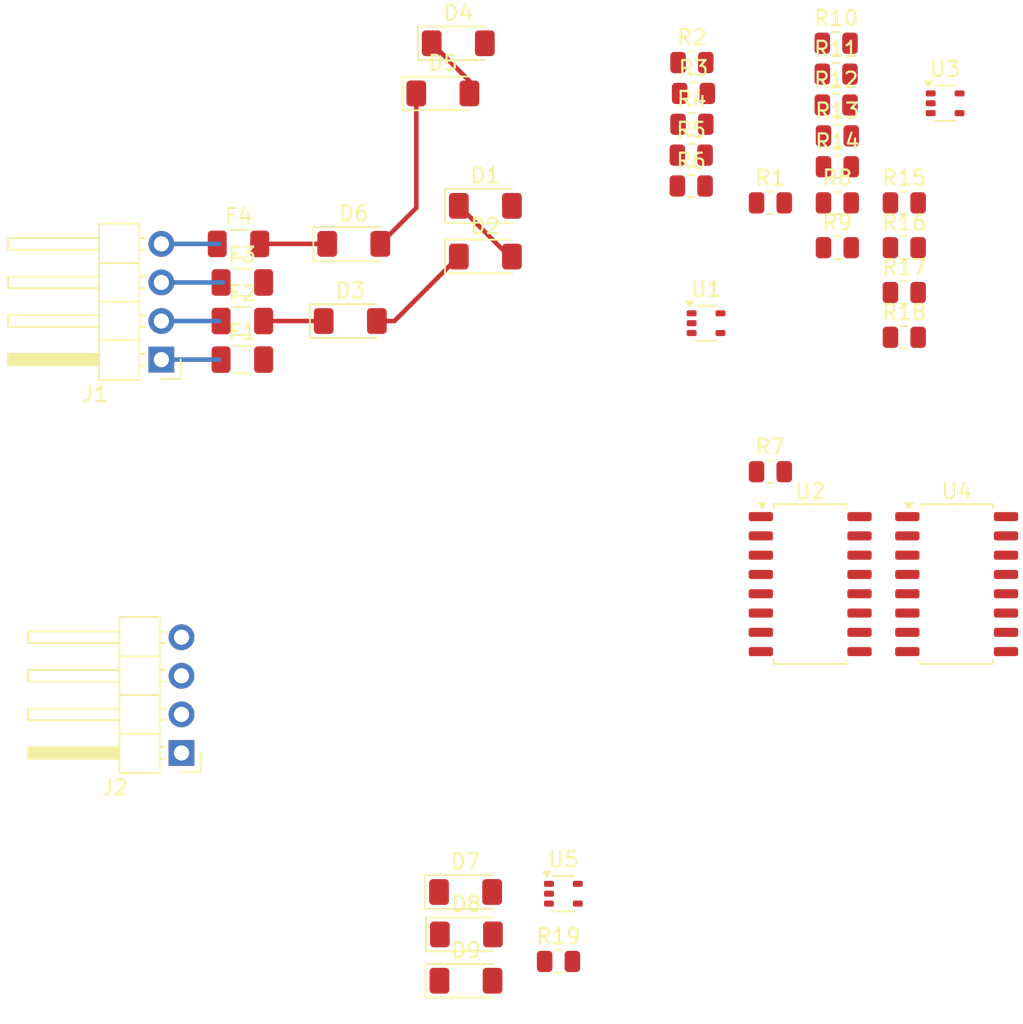
<source format=kicad_pcb>
(kicad_pcb (version 20240108) (generator "pcbnew") (generator_version "8.0")
  (layers (0 "F.Cu" signal) (31 "B.Cu" signal) (34 "B.Paste" user) (35 "F.Paste" user) (36 "B.SilkS" user "B.Silkscreen") (37 "F.SilkS" user "F.Silkscreen") (38 "B.Mask" user) (39 "F.Mask" user) (44 "Edge.Cuts" user))
  (net 0 "")
  (net 1 "Net-(D1-K)")
  (net 2 "Net-(D1-A)")
  (net 3 "Net-(D2-K)")
  (net 4 "/cell1_-")
  (net 5 "Net-(D4-K)")
  (net 6 "Net-(D4-A)")
  (net 7 "Net-(D5-K)")
  (net 8 "/cell2_-")
  (net 9 "Net-(D7-A)")
  (net 10 "Net-(D7-K)")
  (net 11 "Net-(D8-K)")
  (net 12 "GND")
  (net 13 "/cell1_+")
  (net 14 "Net-(J1-Pin_1)")
  (net 15 "Net-(J1-Pin_2)")
  (net 16 "/cell2_+")
  (net 17 "Net-(J1-Pin_3)")
  (net 18 "Net-(J1-Pin_4)")
  (net 19 "+3V3")
  (net 20 "/cell2_signal")
  (net 21 "/cell1_signal")
  (net 22 "Net-(R2-Pad2)")
  (net 23 "Net-(R3-Pad1)")
  (net 24 "Net-(R4-Pad2)")
  (net 25 "Net-(U1-+)")
  (net 26 "Net-(R7-Pad1)")
  (net 27 "Net-(R7-Pad2)")
  (net 28 "Net-(U1--)")
  (net 29 "Net-(R10-Pad2)")
  (net 30 "Net-(R11-Pad1)")
  (net 31 "Net-(R12-Pad2)")
  (net 32 "Net-(U3-+)")
  (net 33 "Net-(R15-Pad1)")
  (net 34 "Net-(R15-Pad2)")
  (net 35 "Net-(U3--)")
  (net 36 "/reference")
  (footprint "Resistor_SMD:R_0805_2012Metric" (layer "F.Cu") (at 151.3 89.405)
    (property "Reference" "R16" (at 0 -1.65 0) (layer "F.SilkS"))
    (property "Value" "1k")
    (fp_line (start -0.227064 -0.735) (end 0.227064 -0.735) (stroke (width 0.12)) (layer "F.SilkS"))
    (fp_line (start -0.227064 0.735) (end 0.227064 0.735) (stroke (width 0.12)) (layer "F.SilkS"))
    (pad "1" smd roundrect (at -0.9125 0) (size 1.025 1.4) (layers "F.Cu" "F.Paste" "F.Mask") (roundrect_rratio 0.243902) (net 35 "Net-(U3--)"))
    (pad "2" smd roundrect (at 0.9125 0) (size 1.025 1.4) (layers "F.Cu" "F.Paste" "F.Mask") (roundrect_rratio 0.243902) (net 8 "/cell2_-"))
  )
  (footprint "Diode_SMD:D_MiniMELF" (layer "F.Cu") (at 122.456 134.62)
    (property "Reference" "D8" (at 0 -2 0) (layer "F.SilkS"))
    (property "Value" "LL4148")
    (fp_line (start -2.66 -1.11) (end -2.66 1.11) (stroke (width 0.12)) (layer "F.SilkS"))
    (fp_line (start -2.66 1.11) (end 1.75 1.11) (stroke (width 0.12)) (layer "F.SilkS"))
    (fp_line (start 1.75 -1.11) (end -2.66 -1.11) (stroke (width 0.12)) (layer "F.SilkS"))
    (pad "1" smd roundrect (at -1.75 0) (size 1.3 1.7) (layers "F.Cu" "F.Paste" "F.Mask") (roundrect_rratio 0.1923076923) (net 11 "Net-(D8-K)"))
    (pad "2" smd roundrect (at 1.75 0) (size 1.3 1.7) (layers "F.Cu" "F.Paste" "F.Mask") (roundrect_rratio 0.1923076923) (net 10 "Net-(D7-K)"))
  )
  (footprint "Fuse:Fuse_1206_3216Metric" (layer "F.Cu") (at 107.696 94.234)
    (property "Reference" "F2" (at 0 -1.82 0) (layer "F.SilkS"))
    (property "Value" "Fuse")
    (fp_line (start -0.602064 -0.91) (end 0.602064 -0.91) (stroke (width 0.12)) (layer "F.SilkS"))
    (fp_line (start -0.602064 0.91) (end 0.602064 0.91) (stroke (width 0.12)) (layer "F.SilkS"))
    (pad "1" smd roundrect (at -1.4 0) (size 1.25 1.75) (layers "F.Cu" "F.Paste" "F.Mask") (roundrect_rratio 0.2) (net 15 "Net-(J1-Pin_2)"))
    (pad "2" smd roundrect (at 1.4 0) (size 1.25 1.75) (layers "F.Cu" "F.Paste" "F.Mask") (roundrect_rratio 0.2) (net 4 "/cell1_-"))
  )
  (footprint "Resistor_SMD:R_0805_2012Metric" (layer "F.Cu") (at 137.3105 81.28)
    (property "Reference" "R4" (at 0 -1.65 0) (layer "F.SilkS"))
    (property "Value" "1k")
    (fp_line (start -0.227064 -0.735) (end 0.227064 -0.735) (stroke (width 0.12)) (layer "F.SilkS"))
    (fp_line (start -0.227064 0.735) (end 0.227064 0.735) (stroke (width 0.12)) (layer "F.SilkS"))
    (pad "1" smd roundrect (at -0.9125 0) (size 1.025 1.4) (layers "F.Cu" "F.Paste" "F.Mask") (roundrect_rratio 0.243902) (net 23 "Net-(R3-Pad1)"))
    (pad "2" smd roundrect (at 0.9125 0) (size 1.025 1.4) (layers "F.Cu" "F.Paste" "F.Mask") (roundrect_rratio 0.243902) (net 24 "Net-(R4-Pad2)"))
  )
  (footprint "Diode_SMD:D_MiniMELF" (layer "F.Cu") (at 114.808 94.234)
    (property "Reference" "D3" (at 0 -2 0) (layer "F.SilkS"))
    (property "Value" "LL4148")
    (fp_line (start -2.66 -1.11) (end -2.66 1.11) (stroke (width 0.12)) (layer "F.SilkS"))
    (fp_line (start -2.66 1.11) (end 1.75 1.11) (stroke (width 0.12)) (layer "F.SilkS"))
    (fp_line (start 1.75 -1.11) (end -2.66 -1.11) (stroke (width 0.12)) (layer "F.SilkS"))
    (pad "1" smd roundrect (at -1.75 0) (size 1.3 1.7) (layers "F.Cu" "F.Paste" "F.Mask") (roundrect_rratio 0.1923076923) (net 4 "/cell1_-"))
    (pad "2" smd roundrect (at 1.75 0) (size 1.3 1.7) (layers "F.Cu" "F.Paste" "F.Mask") (roundrect_rratio 0.1923076923) (net 3 "Net-(D2-K)"))
  )
  (footprint "Resistor_SMD:R_0805_2012Metric" (layer "F.Cu") (at 142.48 86.455)
    (property "Reference" "R1" (at 0 -1.65 0) (layer "F.SilkS"))
    (property "Value" "2k2")
    (fp_line (start -0.227064 -0.735) (end 0.227064 -0.735) (stroke (width 0.12)) (layer "F.SilkS"))
    (fp_line (start -0.227064 0.735) (end 0.227064 0.735) (stroke (width 0.12)) (layer "F.SilkS"))
    (pad "1" smd roundrect (at -0.9125 0) (size 1.025 1.4) (layers "F.Cu" "F.Paste" "F.Mask") (roundrect_rratio 0.243902) (net 2 "Net-(D1-A)"))
    (pad "2" smd roundrect (at 0.9125 0) (size 1.025 1.4) (layers "F.Cu" "F.Paste" "F.Mask") (roundrect_rratio 0.243902) (net 13 "/cell1_+"))
  )
  (footprint "Package_TO_SOT_SMD:SOT-353_SC-70-5" (layer "F.Cu") (at 138.242 94.376)
    (property "Reference" "U1" (at 0 -2.25 0) (layer "F.SilkS"))
    (property "Value" "TLV9301xDCK")
    (fp_line (start -0.71 -1.16) (end 0.7 -1.16) (stroke (width 0.12)) (layer "F.SilkS"))
    (fp_line (start -0.7 1.16) (end 0.7 1.16) (stroke (width 0.12)) (layer "F.SilkS"))
    (fp_poly (pts (xy -1.08 -1.11) (xy -1.32 -1.44) (xy -0.84 -1.44) (xy -1.08 -1.11)) (stroke (width 0.12)) (fill solid) (layer "F.SilkS"))
    (pad "1" smd roundrect (at -0.95 -0.65) (size 0.65 0.4) (layers "F.Cu" "F.Paste" "F.Mask") (net 25 "Net-(U1-+)"))
    (pad "2" smd roundrect (at -0.95 0) (size 0.65 0.4) (layers "F.Cu" "F.Paste" "F.Mask") (net 4 "/cell1_-"))
    (pad "3" smd roundrect (at -0.95 0.65) (size 0.65 0.4) (layers "F.Cu" "F.Paste" "F.Mask") (net 28 "Net-(U1--)"))
    (pad "4" smd roundrect (at 0.95 0.65) (size 0.65 0.4) (layers "F.Cu" "F.Paste" "F.Mask") (net 26 "Net-(R7-Pad1)"))
    (pad "5" smd roundrect (at 0.95 -0.65) (size 0.65 0.4) (layers "F.Cu" "F.Paste" "F.Mask") (net 13 "/cell1_+"))
  )
  (footprint "Resistor_SMD:R_0805_2012Metric" (layer "F.Cu") (at 146.812 77.978)
    (property "Reference" "R11" (at 0 -1.65 0) (layer "F.SilkS"))
    (property "Value" "1k")
    (fp_line (start -0.227064 -0.735) (end 0.227064 -0.735) (stroke (width 0.12)) (layer "F.SilkS"))
    (fp_line (start -0.227064 0.735) (end 0.227064 0.735) (stroke (width 0.12)) (layer "F.SilkS"))
    (pad "1" smd roundrect (at -0.9125 0) (size 1.025 1.4) (layers "F.Cu" "F.Paste" "F.Mask") (roundrect_rratio 0.243902) (net 30 "Net-(R11-Pad1)"))
    (pad "2" smd roundrect (at 0.9125 0) (size 1.025 1.4) (layers "F.Cu" "F.Paste" "F.Mask") (roundrect_rratio 0.243902) (net 29 "Net-(R10-Pad2)"))
  )
  (footprint "Package_TO_SOT_SMD:SOT-353_SC-70-5" (layer "F.Cu") (at 128.844 131.938)
    (property "Reference" "U5" (at 0 -2.25 0) (layer "F.SilkS"))
    (property "Value" "TLV9301xDCK")
    (fp_line (start -0.71 -1.16) (end 0.7 -1.16) (stroke (width 0.12)) (layer "F.SilkS"))
    (fp_line (start -0.7 1.16) (end 0.7 1.16) (stroke (width 0.12)) (layer "F.SilkS"))
    (fp_poly (pts (xy -1.08 -1.11) (xy -1.32 -1.44) (xy -0.84 -1.44) (xy -1.08 -1.11)) (stroke (width 0.12)) (fill solid) (layer "F.SilkS"))
    (pad "1" smd roundrect (at -0.95 -0.65) (size 0.65 0.4) (layers "F.Cu" "F.Paste" "F.Mask") (net 9 "Net-(D7-A)"))
    (pad "2" smd roundrect (at -0.95 0) (size 0.65 0.4) (layers "F.Cu" "F.Paste" "F.Mask") (net 12 "GND"))
    (pad "3" smd roundrect (at -0.95 0.65) (size 0.65 0.4) (layers "F.Cu" "F.Paste" "F.Mask") (net 36 "/reference"))
    (pad "4" smd roundrect (at 0.95 0.65) (size 0.65 0.4) (layers "F.Cu" "F.Paste" "F.Mask") (net 36 "/reference"))
    (pad "5" smd roundrect (at 0.95 -0.65) (size 0.65 0.4) (layers "F.Cu" "F.Paste" "F.Mask") (net 19 "+3V3"))
  )
  (footprint "Resistor_SMD:R_0805_2012Metric" (layer "F.Cu") (at 146.89 89.405)
    (property "Reference" "R9" (at 0 -1.65 0) (layer "F.SilkS"))
    (property "Value" "2k2")
    (fp_line (start -0.227064 -0.735) (end 0.227064 -0.735) (stroke (width 0.12)) (layer "F.SilkS"))
    (fp_line (start -0.227064 0.735) (end 0.227064 0.735) (stroke (width 0.12)) (layer "F.SilkS"))
    (pad "1" smd roundrect (at -0.9125 0) (size 1.025 1.4) (layers "F.Cu" "F.Paste" "F.Mask") (roundrect_rratio 0.243902) (net 6 "Net-(D4-A)"))
    (pad "2" smd roundrect (at 0.9125 0) (size 1.025 1.4) (layers "F.Cu" "F.Paste" "F.Mask") (roundrect_rratio 0.243902) (net 16 "/cell2_+"))
  )
  (footprint "Resistor_SMD:R_0805_2012Metric" (layer "F.Cu") (at 146.89 82.042)
    (property "Reference" "R13" (at 0 -1.65 0) (layer "F.SilkS"))
    (property "Value" "1k")
    (fp_line (start -0.227064 -0.735) (end 0.227064 -0.735) (stroke (width 0.12)) (layer "F.SilkS"))
    (fp_line (start -0.227064 0.735) (end 0.227064 0.735) (stroke (width 0.12)) (layer "F.SilkS"))
    (pad "1" smd roundrect (at -0.9125 0) (size 1.025 1.4) (layers "F.Cu" "F.Paste" "F.Mask") (roundrect_rratio 0.243902) (net 32 "Net-(U3-+)"))
    (pad "2" smd roundrect (at 0.9125 0) (size 1.025 1.4) (layers "F.Cu" "F.Paste" "F.Mask") (roundrect_rratio 0.243902) (net 31 "Net-(R12-Pad2)"))
  )
  (footprint "Diode_SMD:D_MiniMELF" (layer "F.Cu") (at 122.4 131.826)
    (property "Reference" "D7" (at 0 -2 0) (layer "F.SilkS"))
    (property "Value" "LL4148")
    (fp_line (start -2.66 -1.11) (end -2.66 1.11) (stroke (width 0.12)) (layer "F.SilkS"))
    (fp_line (start -2.66 1.11) (end 1.75 1.11) (stroke (width 0.12)) (layer "F.SilkS"))
    (fp_line (start 1.75 -1.11) (end -2.66 -1.11) (stroke (width 0.12)) (layer "F.SilkS"))
    (pad "1" smd roundrect (at -1.75 0) (size 1.3 1.7) (layers "F.Cu" "F.Paste" "F.Mask") (roundrect_rratio 0.1923076923) (net 10 "Net-(D7-K)"))
    (pad "2" smd roundrect (at 1.75 0) (size 1.3 1.7) (layers "F.Cu" "F.Paste" "F.Mask") (roundrect_rratio 0.1923076923) (net 9 "Net-(D7-A)"))
  )
  (footprint "Resistor_SMD:R_0805_2012Metric" (layer "F.Cu") (at 137.2635 85.344)
    (property "Reference" "R6" (at 0 -1.65 0) (layer "F.SilkS"))
    (property "Value" "1k")
    (fp_line (start -0.227064 -0.735) (end 0.227064 -0.735) (stroke (width 0.12)) (layer "F.SilkS"))
    (fp_line (start -0.227064 0.735) (end 0.227064 0.735) (stroke (width 0.12)) (layer "F.SilkS"))
    (pad "1" smd roundrect (at -0.9125 0) (size 1.025 1.4) (layers "F.Cu" "F.Paste" "F.Mask") (roundrect_rratio 0.243902) (net 25 "Net-(U1-+)"))
    (pad "2" smd roundrect (at 0.9125 0) (size 1.025 1.4) (layers "F.Cu" "F.Paste" "F.Mask") (roundrect_rratio 0.243902) (net 4 "/cell1_-"))
  )
  (footprint "Resistor_SMD:R_0805_2012Metric" (layer "F.Cu") (at 146.89 84.074)
    (property "Reference" "R14" (at 0 -1.65 0) (layer "F.SilkS"))
    (property "Value" "1k")
    (fp_line (start -0.227064 -0.735) (end 0.227064 -0.735) (stroke (width 0.12)) (layer "F.SilkS"))
    (fp_line (start -0.227064 0.735) (end 0.227064 0.735) (stroke (width 0.12)) (layer "F.SilkS"))
    (pad "1" smd roundrect (at -0.9125 0) (size 1.025 1.4) (layers "F.Cu" "F.Paste" "F.Mask") (roundrect_rratio 0.243902) (net 32 "Net-(U3-+)"))
    (pad "2" smd roundrect (at 0.9125 0) (size 1.025 1.4) (layers "F.Cu" "F.Paste" "F.Mask") (roundrect_rratio 0.243902) (net 8 "/cell2_-"))
  )
  (footprint "Fuse:Fuse_1206_3216Metric" (layer "F.Cu") (at 107.696 96.774)
    (property "Reference" "F1" (at 0 -1.82 0) (layer "F.SilkS"))
    (property "Value" "Fuse")
    (fp_line (start -0.602064 -0.91) (end 0.602064 -0.91) (stroke (width 0.12)) (layer "F.SilkS"))
    (fp_line (start -0.602064 0.91) (end 0.602064 0.91) (stroke (width 0.12)) (layer "F.SilkS"))
    (pad "1" smd roundrect (at -1.4 0) (size 1.25 1.75) (layers "F.Cu" "F.Paste" "F.Mask") (roundrect_rratio 0.2) (net 14 "Net-(J1-Pin_1)"))
    (pad "2" smd roundrect (at 1.4 0) (size 1.25 1.75) (layers "F.Cu" "F.Paste" "F.Mask") (roundrect_rratio 0.2) (net 13 "/cell1_+"))
  )
  (footprint "Resistor_SMD:R_0805_2012Metric" (layer "F.Cu") (at 151.3 95.305)
    (property "Reference" "R18" (at 0 -1.65 0) (layer "F.SilkS"))
    (property "Value" "1k")
    (fp_line (start -0.227064 -0.735) (end 0.227064 -0.735) (stroke (width 0.12)) (layer "F.SilkS"))
    (fp_line (start -0.227064 0.735) (end 0.227064 0.735) (stroke (width 0.12)) (layer "F.SilkS"))
    (pad "1" smd roundrect (at -0.9125 0) (size 1.025 1.4) (layers "F.Cu" "F.Paste" "F.Mask") (roundrect_rratio 0.243902) (net 20 "/cell2_signal"))
    (pad "2" smd roundrect (at 0.9125 0) (size 1.025 1.4) (layers "F.Cu" "F.Paste" "F.Mask") (roundrect_rratio 0.243902) (net 12 "GND"))
  )
  (footprint "Resistor_SMD:R_0805_2012Metric" (layer "F.Cu") (at 146.89 86.455)
    (property "Reference" "R8" (at 0 -1.65 0) (layer "F.SilkS"))
    (property "Value" "1k")
    (fp_line (start -0.227064 -0.735) (end 0.227064 -0.735) (stroke (width 0.12)) (layer "F.SilkS"))
    (fp_line (start -0.227064 0.735) (end 0.227064 0.735) (stroke (width 0.12)) (layer "F.SilkS"))
    (pad "1" smd roundrect (at -0.9125 0) (size 1.025 1.4) (layers "F.Cu" "F.Paste" "F.Mask") (roundrect_rratio 0.243902) (net 28 "Net-(U1--)"))
    (pad "2" smd roundrect (at 0.9125 0) (size 1.025 1.4) (layers "F.Cu" "F.Paste" "F.Mask") (roundrect_rratio 0.243902) (net 4 "/cell1_-"))
  )
  (footprint "Connector_PinHeader_2.54mm:PinHeader_1x04_P2.54mm_Horizontal" (layer "F.Cu") (at 103.689 122.672 180)
    (property "Reference" "J2" (at 4.385 -2.27 180) (layer "F.SilkS"))
    (property "Value" "Conn_01x04_Pin")
    (fp_line (start 10.1 8) (end 4.1 8) (stroke (width 0.12)) (layer "F.SilkS"))
    (fp_line (start 10.1 7.24) (end 10.1 8) (stroke (width 0.12)) (layer "F.SilkS"))
    (fp_line (start 10.1 5.46) (end 4.1 5.46) (stroke (width 0.12)) (layer "F.SilkS"))
    (fp_line (start 10.1 4.7) (end 10.1 5.46) (stroke (width 0.12)) (layer "F.SilkS"))
    (fp_line (start 10.1 2.92) (end 4.1 2.92) (stroke (width 0.12)) (layer "F.SilkS"))
    (fp_line (start 10.1 2.16) (end 10.1 2.92) (stroke (width 0.12)) (layer "F.SilkS"))
    (fp_line (start 10.1 0.38) (end 4.1 0.38) (stroke (width 0.12)) (layer "F.SilkS"))
    (fp_line (start 10.1 -0.38) (end 10.1 0.38) (stroke (width 0.12)) (layer "F.SilkS"))
    (fp_line (start 4.1 8.95) (end 4.1 -1.33) (stroke (width 0.12)) (layer "F.SilkS"))
    (fp_line (start 4.1 7.24) (end 10.1 7.24) (stroke (width 0.12)) (layer "F.SilkS"))
    (fp_line (start 4.1 4.7) (end 10.1 4.7) (stroke (width 0.12)) (layer "F.SilkS"))
    (fp_line (start 4.1 2.16) (end 10.1 2.16) (stroke (width 0.12)) (layer "F.SilkS"))
    (fp_line (start 4.1 0.28) (end 10.1 0.28) (stroke (width 0.12)) (layer "F.SilkS"))
    (fp_line (start 4.1 0.16) (end 10.1 0.16) (stroke (width 0.12)) (layer "F.SilkS"))
    (fp_line (start 4.1 0.04) (end 10.1 0.04) (stroke (width 0.12)) (layer "F.SilkS"))
    (fp_line (start 4.1 -0.08) (end 10.1 -0.08) (stroke (width 0.12)) (layer "F.SilkS"))
    (fp_line (start 4.1 -0.2) (end 10.1 -0.2) (stroke (width 0.12)) (layer "F.SilkS"))
    (fp_line (start 4.1 -0.32) (end 10.1 -0.32) (stroke (width 0.12)) (layer "F.SilkS"))
    (fp_line (start 4.1 -0.38) (end 10.1 -0.38) (stroke (width 0.12)) (layer "F.SilkS"))
    (fp_line (start 4.1 -1.33) (end 1.44 -1.33) (stroke (width 0.12)) (layer "F.SilkS"))
    (fp_line (start 1.44 8.95) (end 4.1 8.95) (stroke (width 0.12)) (layer "F.SilkS"))
    (fp_line (start 1.44 6.35) (end 4.1 6.35) (stroke (width 0.12)) (layer "F.SilkS"))
    (fp_line (start 1.44 3.81) (end 4.1 3.81) (stroke (width 0.12)) (layer "F.SilkS"))
    (fp_line (start 1.44 1.27) (end 4.1 1.27) (stroke (width 0.12)) (layer "F.SilkS"))
    (fp_line (start 1.44 -1.33) (end 1.44 8.95) (stroke (width 0.12)) (layer "F.SilkS"))
    (fp_line (start 1.11 0.38) (end 1.44 0.38) (stroke (width 0.12)) (layer "F.SilkS"))
    (fp_line (start 1.11 -0.38) (end 1.44 -0.38) (stroke (width 0.12)) (layer "F.SilkS"))
    (fp_line (start 1.042929 8) (end 1.44 8) (stroke (width 0.12)) (layer "F.SilkS"))
    (fp_line (start 1.042929 7.24) (end 1.44 7.24) (stroke (width 0.12)) (layer "F.SilkS"))
    (fp_line (start 1.042929 5.46) (end 1.44 5.46) (stroke (width 0.12)) (layer "F.SilkS"))
    (fp_line (start 1.042929 4.7) (end 1.44 4.7) (stroke (width 0.12)) (layer "F.SilkS"))
    (fp_line (start 1.042929 2.92) (end 1.44 2.92) (stroke (width 0.12)) (layer "F.SilkS"))
    (fp_line (start 1.042929 2.16) (end 1.44 2.16) (stroke (width 0.12)) (layer "F.SilkS"))
    (fp_line (start -1.27 0) (end -1.27 -1.27) (stroke (width 0.12)) (layer "F.SilkS"))
    (fp_line (start -1.27 -1.27) (end 0 -1.27) (stroke (width 0.12)) (layer "F.SilkS"))
    (pad "1" thru_hole rect (at 0 0 180) (size 1.7 1.7) (drill 1) (layers "*.Cu" "*.Mask") (net 19 "+3V3"))
    (pad "2" thru_hole oval (at 0 2.54 180) (size 1.7 1.7) (drill 1) (layers "*.Cu" "*.Mask") (net 21 "/cell1_signal"))
    (pad "3" thru_hole oval (at 0 5.08 180) (size 1.7 1.7) (drill 1) (layers "*.Cu" "*.Mask") (net 20 "/cell2_signal"))
    (pad "4" thru_hole oval (at 0 7.62 180) (size 1.7 1.7) (drill 1) (layers "*.Cu" "*.Mask") (net 12 "GND"))
  )
  (footprint "Package_TO_SOT_SMD:SOT-353_SC-70-5" (layer "F.Cu") (at 153.99 79.898)
    (property "Reference" "U3" (at 0 -2.25 0) (layer "F.SilkS"))
    (property "Value" "TLV9301xDCK")
    (fp_line (start -0.71 -1.16) (end 0.7 -1.16) (stroke (width 0.12)) (layer "F.SilkS"))
    (fp_line (start -0.7 1.16) (end 0.7 1.16) (stroke (width 0.12)) (layer "F.SilkS"))
    (fp_poly (pts (xy -1.08 -1.11) (xy -1.32 -1.44) (xy -0.84 -1.44) (xy -1.08 -1.11)) (stroke (width 0.12)) (fill solid) (layer "F.SilkS"))
    (pad "1" smd roundrect (at -0.95 -0.65) (size 0.65 0.4) (layers "F.Cu" "F.Paste" "F.Mask") (net 32 "Net-(U3-+)"))
    (pad "2" smd roundrect (at -0.95 0) (size 0.65 0.4) (layers "F.Cu" "F.Paste" "F.Mask") (net 8 "/cell2_-"))
    (pad "3" smd roundrect (at -0.95 0.65) (size 0.65 0.4) (layers "F.Cu" "F.Paste" "F.Mask") (net 35 "Net-(U3--)"))
    (pad "4" smd roundrect (at 0.95 0.65) (size 0.65 0.4) (layers "F.Cu" "F.Paste" "F.Mask") (net 33 "Net-(R15-Pad1)"))
    (pad "5" smd roundrect (at 0.95 -0.65) (size 0.65 0.4) (layers "F.Cu" "F.Paste" "F.Mask") (net 16 "/cell2_+"))
  )
  (footprint "Diode_SMD:D_MiniMELF" (layer "F.Cu") (at 115.034 89.154)
    (property "Reference" "D6" (at 0 -2 0) (layer "F.SilkS"))
    (property "Value" "LL4148")
    (fp_line (start -2.66 -1.11) (end -2.66 1.11) (stroke (width 0.12)) (layer "F.SilkS"))
    (fp_line (start -2.66 1.11) (end 1.75 1.11) (stroke (width 0.12)) (layer "F.SilkS"))
    (fp_line (start 1.75 -1.11) (end -2.66 -1.11) (stroke (width 0.12)) (layer "F.SilkS"))
    (pad "1" smd roundrect (at -1.75 0) (size 1.3 1.7) (layers "F.Cu" "F.Paste" "F.Mask") (roundrect_rratio 0.1923076923) (net 8 "/cell2_-"))
    (pad "2" smd roundrect (at 1.75 0) (size 1.3 1.7) (layers "F.Cu" "F.Paste" "F.Mask") (roundrect_rratio 0.1923076923) (net 7 "Net-(D5-K)"))
  )
  (footprint "Resistor_SMD:R_0805_2012Metric" (layer "F.Cu") (at 128.524 136.398)
    (property "Reference" "R19" (at 0 -1.65 0) (layer "F.SilkS"))
    (property "Value" "2k2")
    (fp_line (start -0.227064 -0.735) (end 0.227064 -0.735) (stroke (width 0.12)) (layer "F.SilkS"))
    (fp_line (start -0.227064 0.735) (end 0.227064 0.735) (stroke (width 0.12)) (layer "F.SilkS"))
    (pad "1" smd roundrect (at -0.9125 0) (size 1.025 1.4) (layers "F.Cu" "F.Paste" "F.Mask") (roundrect_rratio 0.243902) (net 9 "Net-(D7-A)"))
    (pad "2" smd roundrect (at 0.9125 0) (size 1.025 1.4) (layers "F.Cu" "F.Paste" "F.Mask") (roundrect_rratio 0.243902) (net 19 "+3V3"))
  )
  (footprint "Diode_SMD:D_MiniMELF" (layer "F.Cu") (at 121.92 75.946)
    (property "Reference" "D4" (at 0 -2 0) (layer "F.SilkS"))
    (property "Value" "LL4148")
    (fp_line (start -2.66 -1.11) (end -2.66 1.11) (stroke (width 0.12)) (layer "F.SilkS"))
    (fp_line (start -2.66 1.11) (end 1.75 1.11) (stroke (width 0.12)) (layer "F.SilkS"))
    (fp_line (start 1.75 -1.11) (end -2.66 -1.11) (stroke (width 0.12)) (layer "F.SilkS"))
    (pad "1" smd roundrect (at -1.75 0) (size 1.3 1.7) (layers "F.Cu" "F.Paste" "F.Mask") (roundrect_rratio 0.1923076923) (net 5 "Net-(D4-K)"))
    (pad "2" smd roundrect (at 1.75 0) (size 1.3 1.7) (layers "F.Cu" "F.Paste" "F.Mask") (roundrect_rratio 0.1923076923) (net 6 "Net-(D4-A)"))
  )
  (footprint "Package_SO:SOP-16_4.55x10.3mm_P1.27mm" (layer "F.Cu") (at 154.75 111.555)
    (property "Reference" "U4" (at 0 -6.1 0) (layer "F.SilkS"))
    (property "Value" "TLP290-4")
    (fp_line (start -2.385 -5.26) (end -2.385 -5.005) (stroke (width 0.12)) (layer "F.SilkS"))
    (fp_line (start -2.385 5.26) (end -2.385 5.005) (stroke (width 0.12)) (layer "F.SilkS"))
    (fp_line (start 0 -5.26) (end -2.385 -5.26) (stroke (width 0.12)) (layer "F.SilkS"))
    (fp_line (start 0 -5.26) (end 2.385 -5.26) (stroke (width 0.12)) (layer "F.SilkS"))
    (fp_line (start 0 5.26) (end -2.385 5.26) (stroke (width 0.12)) (layer "F.SilkS"))
    (fp_line (start 0 5.26) (end 2.385 5.26) (stroke (width 0.12)) (layer "F.SilkS"))
    (fp_line (start 2.385 -5.26) (end 2.385 -5.005) (stroke (width 0.12)) (layer "F.SilkS"))
    (fp_line (start 2.385 5.26) (end 2.385 5.005) (stroke (width 0.12)) (layer "F.SilkS"))
    (fp_poly (pts (xy -3.1625 -5.005) (xy -3.4025 -5.335) (xy -2.9225 -5.335) (xy -3.1625 -5.005)) (stroke (width 0.12)) (fill solid) (layer "F.SilkS"))
    (pad "1" smd roundrect (at -3.25 -4.445) (size 1.6 0.6) (layers "F.Cu" "F.Paste" "F.Mask"))
    (pad "2" smd roundrect (at -3.25 -3.175) (size 1.6 0.6) (layers "F.Cu" "F.Paste" "F.Mask"))
    (pad "3" smd roundrect (at -3.25 -1.905) (size 1.6 0.6) (layers "F.Cu" "F.Paste" "F.Mask"))
    (pad "4" smd roundrect (at -3.25 -0.635) (size 1.6 0.6) (layers "F.Cu" "F.Paste" "F.Mask"))
    (pad "5" smd roundrect (at -3.25 0.635) (size 1.6 0.6) (layers "F.Cu" "F.Paste" "F.Mask") (net 34 "Net-(R15-Pad2)"))
    (pad "6" smd roundrect (at -3.25 1.905) (size 1.6 0.6) (layers "F.Cu" "F.Paste" "F.Mask") (net 8 "/cell2_-"))
    (pad "7" smd roundrect (at -3.25 3.175) (size 1.6 0.6) (layers "F.Cu" "F.Paste" "F.Mask") (net 34 "Net-(R15-Pad2)"))
    (pad "8" smd roundrect (at -3.25 4.445) (size 1.6 0.6) (layers "F.Cu" "F.Paste" "F.Mask") (net 8 "/cell2_-"))
    (pad "9" smd roundrect (at 3.25 4.445) (size 1.6 0.6) (layers "F.Cu" "F.Paste" "F.Mask") (net 20 "/cell2_signal"))
    (pad "10" smd roundrect (at 3.25 3.175) (size 1.6 0.6) (layers "F.Cu" "F.Paste" "F.Mask") (net 36 "/reference"))
    (pad "11" smd roundrect (at 3.25 1.905) (size 1.6 0.6) (layers "F.Cu" "F.Paste" "F.Mask") (net 35 "Net-(U3--)"))
    (pad "12" smd roundrect (at 3.25 0.635) (size 1.6 0.6) (layers "F.Cu" "F.Paste" "F.Mask") (net 6 "Net-(D4-A)"))
    (pad "13" smd roundrect (at 3.25 -0.635) (size 1.6 0.6) (layers "F.Cu" "F.Paste" "F.Mask"))
    (pad "14" smd roundrect (at 3.25 -1.905) (size 1.6 0.6) (layers "F.Cu" "F.Paste" "F.Mask"))
    (pad "15" smd roundrect (at 3.25 -3.175) (size 1.6 0.6) (layers "F.Cu" "F.Paste" "F.Mask"))
    (pad "16" smd roundrect (at 3.25 -4.445) (size 1.6 0.6) (layers "F.Cu" "F.Paste" "F.Mask"))
  )
  (footprint "Connector_PinHeader_2.54mm:PinHeader_1x04_P2.54mm_Horizontal" (layer "F.Cu") (at 102.362 96.774 180)
    (property "Reference" "J1" (at 4.385 -2.27 180) (layer "F.SilkS"))
    (property "Value" "Conn_01x04_Pin")
    (fp_line (start 10.1 8) (end 4.1 8) (stroke (width 0.12)) (layer "F.SilkS"))
    (fp_line (start 10.1 7.24) (end 10.1 8) (stroke (width 0.12)) (layer "F.SilkS"))
    (fp_line (start 10.1 5.46) (end 4.1 5.46) (stroke (width 0.12)) (layer "F.SilkS"))
    (fp_line (start 10.1 4.7) (end 10.1 5.46) (stroke (width 0.12)) (layer "F.SilkS"))
    (fp_line (start 10.1 2.92) (end 4.1 2.92) (stroke (width 0.12)) (layer "F.SilkS"))
    (fp_line (start 10.1 2.16) (end 10.1 2.92) (stroke (width 0.12)) (layer "F.SilkS"))
    (fp_line (start 10.1 0.38) (end 4.1 0.38) (stroke (width 0.12)) (layer "F.SilkS"))
    (fp_line (start 10.1 -0.38) (end 10.1 0.38) (stroke (width 0.12)) (layer "F.SilkS"))
    (fp_line (start 4.1 8.95) (end 4.1 -1.33) (stroke (width 0.12)) (layer "F.SilkS"))
    (fp_line (start 4.1 7.24) (end 10.1 7.24) (stroke (width 0.12)) (layer "F.SilkS"))
    (fp_line (start 4.1 4.7) (end 10.1 4.7) (stroke (width 0.12)) (layer "F.SilkS"))
    (fp_line (start 4.1 2.16) (end 10.1 2.16) (stroke (width 0.12)) (layer "F.SilkS"))
    (fp_line (start 4.1 0.28) (end 10.1 0.28) (stroke (width 0.12)) (layer "F.SilkS"))
    (fp_line (start 4.1 0.16) (end 10.1 0.16) (stroke (width 0.12)) (layer "F.SilkS"))
    (fp_line (start 4.1 0.04) (end 10.1 0.04) (stroke (width 0.12)) (layer "F.SilkS"))
    (fp_line (start 4.1 -0.08) (end 10.1 -0.08) (stroke (width 0.12)) (layer "F.SilkS"))
    (fp_line (start 4.1 -0.2) (end 10.1 -0.2) (stroke (width 0.12)) (layer "F.SilkS"))
    (fp_line (start 4.1 -0.32) (end 10.1 -0.32) (stroke (width 0.12)) (layer "F.SilkS"))
    (fp_line (start 4.1 -0.38) (end 10.1 -0.38) (stroke (width 0.12)) (layer "F.SilkS"))
    (fp_line (start 4.1 -1.33) (end 1.44 -1.33) (stroke (width 0.12)) (layer "F.SilkS"))
    (fp_line (start 1.44 8.95) (end 4.1 8.95) (stroke (width 0.12)) (layer "F.SilkS"))
    (fp_line (start 1.44 6.35) (end 4.1 6.35) (stroke (width 0.12)) (layer "F.SilkS"))
    (fp_line (start 1.44 3.81) (end 4.1 3.81) (stroke (width 0.12)) (layer "F.SilkS"))
    (fp_line (start 1.44 1.27) (end 4.1 1.27) (stroke (width 0.12)) (layer "F.SilkS"))
    (fp_line (start 1.44 -1.33) (end 1.44 8.95) (stroke (width 0.12)) (layer "F.SilkS"))
    (fp_line (start 1.11 0.38) (end 1.44 0.38) (stroke (width 0.12)) (layer "F.SilkS"))
    (fp_line (start 1.11 -0.38) (end 1.44 -0.38) (stroke (width 0.12)) (layer "F.SilkS"))
    (fp_line (start 1.042929 8) (end 1.44 8) (stroke (width 0.12)) (layer "F.SilkS"))
    (fp_line (start 1.042929 7.24) (end 1.44 7.24) (stroke (width 0.12)) (layer "F.SilkS"))
    (fp_line (start 1.042929 5.46) (end 1.44 5.46) (stroke (width 0.12)) (layer "F.SilkS"))
    (fp_line (start 1.042929 4.7) (end 1.44 4.7) (stroke (width 0.12)) (layer "F.SilkS"))
    (fp_line (start 1.042929 2.92) (end 1.44 2.92) (stroke (width 0.12)) (layer "F.SilkS"))
    (fp_line (start 1.042929 2.16) (end 1.44 2.16) (stroke (width 0.12)) (layer "F.SilkS"))
    (fp_line (start -1.27 0) (end -1.27 -1.27) (stroke (width 0.12)) (layer "F.SilkS"))
    (fp_line (start -1.27 -1.27) (end 0 -1.27) (stroke (width 0.12)) (layer "F.SilkS"))
    (pad "1" thru_hole rect (at 0 0 180) (size 1.7 1.7) (drill 1) (layers "*.Cu" "*.Mask") (net 14 "Net-(J1-Pin_1)"))
    (pad "2" thru_hole oval (at 0 2.54 180) (size 1.7 1.7) (drill 1) (layers "*.Cu" "*.Mask") (net 15 "Net-(J1-Pin_2)"))
    (pad "3" thru_hole oval (at 0 5.08 180) (size 1.7 1.7) (drill 1) (layers "*.Cu" "*.Mask") (net 17 "Net-(J1-Pin_3)"))
    (pad "4" thru_hole oval (at 0 7.62 180) (size 1.7 1.7) (drill 1) (layers "*.Cu" "*.Mask") (net 18 "Net-(J1-Pin_4)"))
  )
  (footprint "Resistor_SMD:R_0805_2012Metric" (layer "F.Cu") (at 137.414 79.248)
    (property "Reference" "R3" (at 0 -1.65 0) (layer "F.SilkS"))
    (property "Value" "1k")
    (fp_line (start -0.227064 -0.735) (end 0.227064 -0.735) (stroke (width 0.12)) (layer "F.SilkS"))
    (fp_line (start -0.227064 0.735) (end 0.227064 0.735) (stroke (width 0.12)) (layer "F.SilkS"))
    (pad "1" smd roundrect (at -0.9125 0) (size 1.025 1.4) (layers "F.Cu" "F.Paste" "F.Mask") (roundrect_rratio 0.243902) (net 23 "Net-(R3-Pad1)"))
    (pad "2" smd roundrect (at 0.9125 0) (size 1.025 1.4) (layers "F.Cu" "F.Paste" "F.Mask") (roundrect_rratio 0.243902) (net 22 "Net-(R2-Pad2)"))
  )
  (footprint "Resistor_SMD:R_0805_2012Metric" (layer "F.Cu") (at 146.812 75.946)
    (property "Reference" "R10" (at 0 -1.65 0) (layer "F.SilkS"))
    (property "Value" "1k")
    (fp_line (start -0.227064 -0.735) (end 0.227064 -0.735) (stroke (width 0.12)) (layer "F.SilkS"))
    (fp_line (start -0.227064 0.735) (end 0.227064 0.735) (stroke (width 0.12)) (layer "F.SilkS"))
    (pad "1" smd roundrect (at -0.9125 0) (size 1.025 1.4) (layers "F.Cu" "F.Paste" "F.Mask") (roundrect_rratio 0.243902) (net 16 "/cell2_+"))
    (pad "2" smd roundrect (at 0.9125 0) (size 1.025 1.4) (layers "F.Cu" "F.Paste" "F.Mask") (roundrect_rratio 0.243902) (net 29 "Net-(R10-Pad2)"))
  )
  (footprint "Diode_SMD:D_MiniMELF" (layer "F.Cu") (at 123.705 89.99)
    (property "Reference" "D2" (at 0 -2 0) (layer "F.SilkS"))
    (property "Value" "LL4148")
    (fp_line (start -2.66 -1.11) (end -2.66 1.11) (stroke (width 0.12)) (layer "F.SilkS"))
    (fp_line (start -2.66 1.11) (end 1.75 1.11) (stroke (width 0.12)) (layer "F.SilkS"))
    (fp_line (start 1.75 -1.11) (end -2.66 -1.11) (stroke (width 0.12)) (layer "F.SilkS"))
    (pad "1" smd roundrect (at -1.75 0) (size 1.3 1.7) (layers "F.Cu" "F.Paste" "F.Mask") (roundrect_rratio 0.1923076923) (net 3 "Net-(D2-K)"))
    (pad "2" smd roundrect (at 1.75 0) (size 1.3 1.7) (layers "F.Cu" "F.Paste" "F.Mask") (roundrect_rratio 0.1923076923) (net 1 "Net-(D1-K)"))
  )
  (footprint "Resistor_SMD:R_0805_2012Metric" (layer "F.Cu") (at 151.3 86.455)
    (property "Reference" "R15" (at 0 -1.65 0) (layer "F.SilkS"))
    (property "Value" "1k")
    (fp_line (start -0.227064 -0.735) (end 0.227064 -0.735) (stroke (width 0.12)) (layer "F.SilkS"))
    (fp_line (start -0.227064 0.735) (end 0.227064 0.735) (stroke (width 0.12)) (layer "F.SilkS"))
    (pad "1" smd roundrect (at -0.9125 0) (size 1.025 1.4) (layers "F.Cu" "F.Paste" "F.Mask") (roundrect_rratio 0.243902) (net 33 "Net-(R15-Pad1)"))
    (pad "2" smd roundrect (at 0.9125 0) (size 1.025 1.4) (layers "F.Cu" "F.Paste" "F.Mask") (roundrect_rratio 0.243902) (net 34 "Net-(R15-Pad2)"))
  )
  (footprint "Diode_SMD:D_MiniMELF" (layer "F.Cu") (at 120.904 79.248)
    (property "Reference" "D5" (at 0 -2 0) (layer "F.SilkS"))
    (property "Value" "LL4148")
    (fp_line (start -2.66 -1.11) (end -2.66 1.11) (stroke (width 0.12)) (layer "F.SilkS"))
    (fp_line (start -2.66 1.11) (end 1.75 1.11) (stroke (width 0.12)) (layer "F.SilkS"))
    (fp_line (start 1.75 -1.11) (end -2.66 -1.11) (stroke (width 0.12)) (layer "F.SilkS"))
    (pad "1" smd roundrect (at -1.75 0) (size 1.3 1.7) (layers "F.Cu" "F.Paste" "F.Mask") (roundrect_rratio 0.1923076923) (net 7 "Net-(D5-K)"))
    (pad "2" smd roundrect (at 1.75 0) (size 1.3 1.7) (layers "F.Cu" "F.Paste" "F.Mask") (roundrect_rratio 0.1923076923) (net 5 "Net-(D4-K)"))
  )
  (footprint "Diode_SMD:D_MiniMELF" (layer "F.Cu") (at 123.705 86.65)
    (property "Reference" "D1" (at 0 -2 0) (layer "F.SilkS"))
    (property "Value" "LL4148")
    (fp_line (start -2.66 -1.11) (end -2.66 1.11) (stroke (width 0.12)) (layer "F.SilkS"))
    (fp_line (start -2.66 1.11) (end 1.75 1.11) (stroke (width 0.12)) (layer "F.SilkS"))
    (fp_line (start 1.75 -1.11) (end -2.66 -1.11) (stroke (width 0.12)) (layer "F.SilkS"))
    (pad "1" smd roundrect (at -1.75 0) (size 1.3 1.7) (layers "F.Cu" "F.Paste" "F.Mask") (roundrect_rratio 0.1923076923) (net 1 "Net-(D1-K)"))
    (pad "2" smd roundrect (at 1.75 0) (size 1.3 1.7) (layers "F.Cu" "F.Paste" "F.Mask") (roundrect_rratio 0.1923076923) (net 2 "Net-(D1-A)"))
  )
  (footprint "Fuse:Fuse_1206_3216Metric" (layer "F.Cu") (at 107.442 89.154)
    (property "Reference" "F4" (at 0 -1.82 0) (layer "F.SilkS"))
    (property "Value" "Fuse")
    (fp_line (start -0.602064 -0.91) (end 0.602064 -0.91) (stroke (width 0.12)) (layer "F.SilkS"))
    (fp_line (start -0.602064 0.91) (end 0.602064 0.91) (stroke (width 0.12)) (layer "F.SilkS"))
    (pad "1" smd roundrect (at -1.4 0) (size 1.25 1.75) (layers "F.Cu" "F.Paste" "F.Mask") (roundrect_rratio 0.2) (net 18 "Net-(J1-Pin_4)"))
    (pad "2" smd roundrect (at 1.4 0) (size 1.25 1.75) (layers "F.Cu" "F.Paste" "F.Mask") (roundrect_rratio 0.2) (net 8 "/cell2_-"))
  )
  (footprint "Resistor_SMD:R_0805_2012Metric" (layer "F.Cu") (at 142.48 104.155)
    (property "Reference" "R7" (at 0 -1.65 0) (layer "F.SilkS"))
    (property "Value" "1k")
    (fp_line (start -0.227064 -0.735) (end 0.227064 -0.735) (stroke (width 0.12)) (layer "F.SilkS"))
    (fp_line (start -0.227064 0.735) (end 0.227064 0.735) (stroke (width 0.12)) (layer "F.SilkS"))
    (pad "1" smd roundrect (at -0.9125 0) (size 1.025 1.4) (layers "F.Cu" "F.Paste" "F.Mask") (roundrect_rratio 0.243902) (net 26 "Net-(R7-Pad1)"))
    (pad "2" smd roundrect (at 0.9125 0) (size 1.025 1.4) (layers "F.Cu" "F.Paste" "F.Mask") (roundrect_rratio 0.243902) (net 27 "Net-(R7-Pad2)"))
  )
  (footprint "Resistor_SMD:R_0805_2012Metric" (layer "F.Cu") (at 137.2635 83.312)
    (property "Reference" "R5" (at 0 -1.65 0) (layer "F.SilkS"))
    (property "Value" "1k")
    (fp_line (start -0.227064 -0.735) (end 0.227064 -0.735) (stroke (width 0.12)) (layer "F.SilkS"))
    (fp_line (start -0.227064 0.735) (end 0.227064 0.735) (stroke (width 0.12)) (layer "F.SilkS"))
    (pad "1" smd roundrect (at -0.9125 0) (size 1.025 1.4) (layers "F.Cu" "F.Paste" "F.Mask") (roundrect_rratio 0.243902) (net 25 "Net-(U1-+)"))
    (pad "2" smd roundrect (at 0.9125 0) (size 1.025 1.4) (layers "F.Cu" "F.Paste" "F.Mask") (roundrect_rratio 0.243902) (net 24 "Net-(R4-Pad2)"))
  )
  (footprint "Resistor_SMD:R_0805_2012Metric" (layer "F.Cu") (at 151.3 92.355)
    (property "Reference" "R17" (at 0 -1.65 0) (layer "F.SilkS"))
    (property "Value" "1k")
    (fp_line (start -0.227064 -0.735) (end 0.227064 -0.735) (stroke (width 0.12)) (layer "F.SilkS"))
    (fp_line (start -0.227064 0.735) (end 0.227064 0.735) (stroke (width 0.12)) (layer "F.SilkS"))
    (pad "1" smd roundrect (at -0.9125 0) (size 1.025 1.4) (layers "F.Cu" "F.Paste" "F.Mask") (roundrect_rratio 0.243902) (net 21 "/cell1_signal"))
    (pad "2" smd roundrect (at 0.9125 0) (size 1.025 1.4) (layers "F.Cu" "F.Paste" "F.Mask") (roundrect_rratio 0.243902) (net 12 "GND"))
  )
  (footprint "Resistor_SMD:R_0805_2012Metric" (layer "F.Cu") (at 137.3105 77.216)
    (property "Reference" "R2" (at 0 -1.65 0) (layer "F.SilkS"))
    (property "Value" "1k")
    (fp_line (start -0.227064 -0.735) (end 0.227064 -0.735) (stroke (width 0.12)) (layer "F.SilkS"))
    (fp_line (start -0.227064 0.735) (end 0.227064 0.735) (stroke (width 0.12)) (layer "F.SilkS"))
    (pad "1" smd roundrect (at -0.9125 0) (size 1.025 1.4) (layers "F.Cu" "F.Paste" "F.Mask") (roundrect_rratio 0.243902) (net 13 "/cell1_+"))
    (pad "2" smd roundrect (at 0.9125 0) (size 1.025 1.4) (layers "F.Cu" "F.Paste" "F.Mask") (roundrect_rratio 0.243902) (net 22 "Net-(R2-Pad2)"))
  )
  (footprint "Diode_SMD:D_MiniMELF" (layer "F.Cu") (at 122.428 137.668)
    (property "Reference" "D9" (at 0 -2 0) (layer "F.SilkS"))
    (property "Value" "LL4148")
    (fp_line (start -2.66 -1.11) (end -2.66 1.11) (stroke (width 0.12)) (layer "F.SilkS"))
    (fp_line (start -2.66 1.11) (end 1.75 1.11) (stroke (width 0.12)) (layer "F.SilkS"))
    (fp_line (start 1.75 -1.11) (end -2.66 -1.11) (stroke (width 0.12)) (layer "F.SilkS"))
    (pad "1" smd roundrect (at -1.75 0) (size 1.3 1.7) (layers "F.Cu" "F.Paste" "F.Mask") (roundrect_rratio 0.1923076923) (net 12 "GND"))
    (pad "2" smd roundrect (at 1.75 0) (size 1.3 1.7) (layers "F.Cu" "F.Paste" "F.Mask") (roundrect_rratio 0.1923076923) (net 11 "Net-(D8-K)"))
  )
  (footprint "Package_SO:SOP-16_4.55x10.3mm_P1.27mm" (layer "F.Cu") (at 145.1 111.555)
    (property "Reference" "U2" (at 0 -6.1 0) (layer "F.SilkS"))
    (property "Value" "TLP290-4")
    (fp_line (start -2.385 -5.26) (end -2.385 -5.005) (stroke (width 0.12)) (layer "F.SilkS"))
    (fp_line (start -2.385 5.26) (end -2.385 5.005) (stroke (width 0.12)) (layer "F.SilkS"))
    (fp_line (start 0 -5.26) (end -2.385 -5.26) (stroke (width 0.12)) (layer "F.SilkS"))
    (fp_line (start 0 -5.26) (end 2.385 -5.26) (stroke (width 0.12)) (layer "F.SilkS"))
    (fp_line (start 0 5.26) (end -2.385 5.26) (stroke (width 0.12)) (layer "F.SilkS"))
    (fp_line (start 0 5.26) (end 2.385 5.26) (stroke (width 0.12)) (layer "F.SilkS"))
    (fp_line (start 2.385 -5.26) (end 2.385 -5.005) (stroke (width 0.12)) (layer "F.SilkS"))
    (fp_line (start 2.385 5.26) (end 2.385 5.005) (stroke (width 0.12)) (layer "F.SilkS"))
    (fp_poly (pts (xy -3.1625 -5.005) (xy -3.4025 -5.335) (xy -2.9225 -5.335) (xy -3.1625 -5.005)) (stroke (width 0.12)) (fill solid) (layer "F.SilkS"))
    (pad "1" smd roundrect (at -3.25 -4.445) (size 1.6 0.6) (layers "F.Cu" "F.Paste" "F.Mask") (net 27 "Net-(R7-Pad2)"))
    (pad "2" smd roundrect (at -3.25 -3.175) (size 1.6 0.6) (layers "F.Cu" "F.Paste" "F.Mask") (net 4 "/cell1_-"))
    (pad "3" smd roundrect (at -3.25 -1.905) (size 1.6 0.6) (layers "F.Cu" "F.Paste" "F.Mask") (net 27 "Net-(R7-Pad2)"))
    (pad "4" smd roundrect (at -3.25 -0.635) (size 1.6 0.6) (layers "F.Cu" "F.Paste" "F.Mask") (net 4 "/cell1_-"))
    (pad "5" smd roundrect (at -3.25 0.635) (size 1.6 0.6) (layers "F.Cu" "F.Paste" "F.Mask"))
    (pad "6" smd roundrect (at -3.25 1.905) (size 1.6 0.6) (layers "F.Cu" "F.Paste" "F.Mask"))
    (pad "7" smd roundrect (at -3.25 3.175) (size 1.6 0.6) (layers "F.Cu" "F.Paste" "F.Mask"))
    (pad "8" smd roundrect (at -3.25 4.445) (size 1.6 0.6) (layers "F.Cu" "F.Paste" "F.Mask"))
    (pad "9" smd roundrect (at 3.25 4.445) (size 1.6 0.6) (layers "F.Cu" "F.Paste" "F.Mask"))
    (pad "10" smd roundrect (at 3.25 3.175) (size 1.6 0.6) (layers "F.Cu" "F.Paste" "F.Mask"))
    (pad "11" smd roundrect (at 3.25 1.905) (size 1.6 0.6) (layers "F.Cu" "F.Paste" "F.Mask"))
    (pad "12" smd roundrect (at 3.25 0.635) (size 1.6 0.6) (layers "F.Cu" "F.Paste" "F.Mask"))
    (pad "13" smd roundrect (at 3.25 -0.635) (size 1.6 0.6) (layers "F.Cu" "F.Paste" "F.Mask") (net 21 "/cell1_signal"))
    (pad "14" smd roundrect (at 3.25 -1.905) (size 1.6 0.6) (layers "F.Cu" "F.Paste" "F.Mask") (net 36 "/reference"))
    (pad "15" smd roundrect (at 3.25 -3.175) (size 1.6 0.6) (layers "F.Cu" "F.Paste" "F.Mask") (net 28 "Net-(U1--)"))
    (pad "16" smd roundrect (at 3.25 -4.445) (size 1.6 0.6) (layers "F.Cu" "F.Paste" "F.Mask") (net 2 "Net-(D1-A)"))
  )
  (footprint "Resistor_SMD:R_0805_2012Metric" (layer "F.Cu") (at 146.812 80.01)
    (property "Reference" "R12" (at 0 -1.65 0) (layer "F.SilkS"))
    (property "Value" "1k")
    (fp_line (start -0.227064 -0.735) (end 0.227064 -0.735) (stroke (width 0.12)) (layer "F.SilkS"))
    (fp_line (start -0.227064 0.735) (end 0.227064 0.735) (stroke (width 0.12)) (layer "F.SilkS"))
    (pad "1" smd roundrect (at -0.9125 0) (size 1.025 1.4) (layers "F.Cu" "F.Paste" "F.Mask") (roundrect_rratio 0.243902) (net 30 "Net-(R11-Pad1)"))
    (pad "2" smd roundrect (at 0.9125 0) (size 1.025 1.4) (layers "F.Cu" "F.Paste" "F.Mask") (roundrect_rratio 0.243902) (net 31 "Net-(R12-Pad2)"))
  )
  (footprint "Fuse:Fuse_1206_3216Metric" (layer "F.Cu") (at 107.696 91.694)
    (property "Reference" "F3" (at 0 -1.82 0) (layer "F.SilkS"))
    (property "Value" "Fuse")
    (fp_line (start -0.602064 -0.91) (end 0.602064 -0.91) (stroke (width 0.12)) (layer "F.SilkS"))
    (fp_line (start -0.602064 0.91) (end 0.602064 0.91) (stroke (width 0.12)) (layer "F.SilkS"))
    (pad "1" smd roundrect (at -1.4 0) (size 1.25 1.75) (layers "F.Cu" "F.Paste" "F.Mask") (roundrect_rratio 0.2) (net 17 "Net-(J1-Pin_3)"))
    (pad "2" smd roundrect (at 1.4 0) (size 1.25 1.75) (layers "F.Cu" "F.Paste" "F.Mask") (roundrect_rratio 0.2) (net 16 "/cell2_+"))
  )
  (segment (start 125.455 89.99) (end 125.295 89.99) (width 0.3) (layer "F.Cu") (net 1))
  (segment (start 125.295 89.99) (end 121.955 86.65) (width 0.3) (layer "F.Cu") (net 1))
  (segment (start 117.711 94.234) (end 121.955 89.99) (width 0.3) (layer "F.Cu") (net 3))
  (segment (start 116.558 94.234) (end 117.711 94.234) (width 0.3) (layer "F.Cu") (net 3))
  (segment (start 109.096 94.234) (end 113.058 94.234) (width 0.3) (layer "F.Cu") (net 4))
  (segment (start 122.654 78.43) (end 120.17 75.946) (width 0.3) (layer "F.Cu") (net 5))
  (segment (start 122.654 79.248) (end 122.654 78.43) (width 0.3) (layer "F.Cu") (net 5))
  (segment (start 119.154 86.784) (end 116.784 89.154) (width 0.3) (layer "F.Cu") (net 7))
  (segment (start 119.154 79.248) (end 119.154 86.784) (width 0.3) (layer "F.Cu") (net 7))
  (segment (start 108.842 89.154) (end 113.284 89.154) (width 0.3) (layer "F.Cu") (net 8))
  (segment (start 102.362 96.774) (end 106.172 96.774) (width 0.3) (layer "B.Cu") (net 14))
  (segment (start 102.362 94.234) (end 106.172 94.234) (width 0.3) (layer "B.Cu") (net 15))
  (segment (start 102.362 91.694) (end 106.426 91.694) (width 0.3) (layer "B.Cu") (net 17))
  (segment (start 102.362 89.154) (end 106.172 89.154) (width 0.3) (layer "B.Cu") (net 18))
)
</source>
